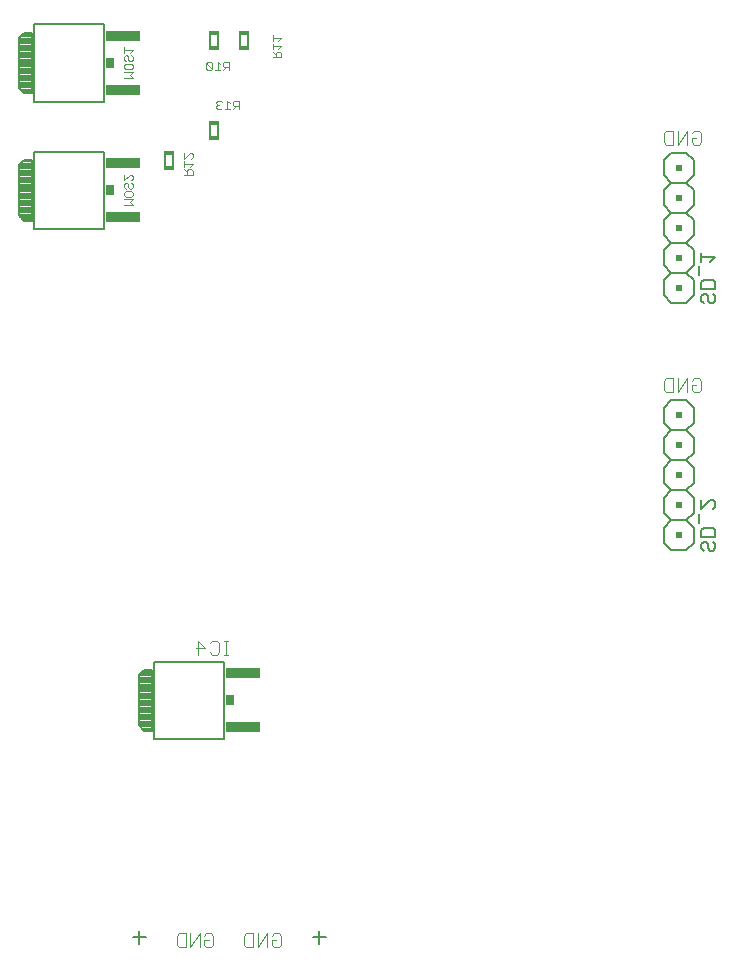
<source format=gbo>
G75*
%MOIN*%
%OFA0B0*%
%FSLAX24Y24*%
%IPPOS*%
%LPD*%
%AMOC8*
5,1,8,0,0,1.08239X$1,22.5*
%
%ADD10C,0.0060*%
%ADD11C,0.0040*%
%ADD12C,0.0080*%
%ADD13R,0.1140X0.0340*%
%ADD14R,0.0300X0.0340*%
%ADD15C,0.0079*%
%ADD16C,0.0020*%
%ADD17R,0.0340X0.0160*%
%ADD18C,0.0050*%
%ADD19R,0.0200X0.0200*%
D10*
X006473Y000780D02*
X006900Y000780D01*
X006686Y000567D02*
X006686Y000994D01*
X012473Y000780D02*
X012900Y000780D01*
X012686Y000567D02*
X012686Y000994D01*
X024430Y013680D02*
X024180Y013930D01*
X024180Y014430D01*
X024430Y014680D01*
X024180Y014930D01*
X024180Y015430D01*
X024430Y015680D01*
X024930Y015680D01*
X025180Y015430D01*
X025180Y014930D01*
X024930Y014680D01*
X024430Y014680D01*
X024930Y014680D02*
X025180Y014430D01*
X025180Y013930D01*
X024930Y013680D01*
X024430Y013680D01*
X024430Y015680D02*
X024180Y015930D01*
X024180Y016430D01*
X024430Y016680D01*
X024180Y016930D01*
X024180Y017430D01*
X024430Y017680D01*
X024180Y017930D01*
X024180Y018430D01*
X024430Y018680D01*
X024930Y018680D01*
X025180Y018430D01*
X025180Y017930D01*
X024930Y017680D01*
X024430Y017680D01*
X024930Y017680D02*
X025180Y017430D01*
X025180Y016930D01*
X024930Y016680D01*
X024430Y016680D01*
X024930Y016680D02*
X025180Y016430D01*
X025180Y015930D01*
X024930Y015680D01*
X024930Y021930D02*
X024430Y021930D01*
X024180Y022180D01*
X024180Y022680D01*
X024430Y022930D01*
X024180Y023180D01*
X024180Y023680D01*
X024430Y023930D01*
X024930Y023930D01*
X025180Y023680D01*
X025180Y023180D01*
X024930Y022930D01*
X024430Y022930D01*
X024930Y022930D02*
X025180Y022680D01*
X025180Y022180D01*
X024930Y021930D01*
X024930Y023930D02*
X025180Y024180D01*
X025180Y024680D01*
X024930Y024930D01*
X025180Y025180D01*
X025180Y025680D01*
X024930Y025930D01*
X025180Y026180D01*
X025180Y026680D01*
X024930Y026930D01*
X024430Y026930D01*
X024180Y026680D01*
X024180Y026180D01*
X024430Y025930D01*
X024180Y025680D01*
X024180Y025180D01*
X024430Y024930D01*
X024180Y024680D01*
X024180Y024180D01*
X024430Y023930D01*
X024430Y024930D02*
X024930Y024930D01*
X024930Y025930D02*
X024430Y025930D01*
X010320Y030510D02*
X010320Y030850D01*
X010040Y030850D02*
X010040Y030510D01*
X009320Y030510D02*
X009320Y030850D01*
X009040Y030850D02*
X009040Y030510D01*
X009040Y027850D02*
X009040Y027510D01*
X009320Y027510D02*
X009320Y027850D01*
X007820Y026850D02*
X007820Y026510D01*
X007540Y026510D02*
X007540Y026850D01*
D11*
X008662Y010660D02*
X008893Y010430D01*
X008586Y010430D01*
X008662Y010200D02*
X008662Y010660D01*
X009046Y010584D02*
X009123Y010660D01*
X009276Y010660D01*
X009353Y010584D01*
X009353Y010277D01*
X009276Y010200D01*
X009123Y010200D01*
X009046Y010277D01*
X009507Y010200D02*
X009660Y010200D01*
X009583Y010200D02*
X009583Y010660D01*
X009507Y010660D02*
X009660Y010660D01*
X009083Y000910D02*
X008930Y000910D01*
X008853Y000834D01*
X008853Y000680D02*
X009007Y000680D01*
X008853Y000680D02*
X008853Y000527D01*
X008930Y000450D01*
X009083Y000450D01*
X009160Y000527D01*
X009160Y000834D01*
X009083Y000910D01*
X008700Y000910D02*
X008700Y000450D01*
X008393Y000450D02*
X008393Y000910D01*
X008239Y000910D02*
X008009Y000910D01*
X007932Y000834D01*
X007932Y000527D01*
X008009Y000450D01*
X008239Y000450D01*
X008239Y000910D01*
X008700Y000910D02*
X008393Y000450D01*
X010182Y000527D02*
X010182Y000834D01*
X010259Y000910D01*
X010489Y000910D01*
X010489Y000450D01*
X010259Y000450D01*
X010182Y000527D01*
X010643Y000450D02*
X010643Y000910D01*
X010950Y000910D02*
X010643Y000450D01*
X010950Y000450D02*
X010950Y000910D01*
X011103Y000834D02*
X011180Y000910D01*
X011333Y000910D01*
X011410Y000834D01*
X011410Y000527D01*
X011333Y000450D01*
X011180Y000450D01*
X011103Y000527D01*
X011103Y000680D01*
X011257Y000680D01*
X024259Y018950D02*
X024182Y019027D01*
X024182Y019334D01*
X024259Y019410D01*
X024489Y019410D01*
X024489Y018950D01*
X024259Y018950D01*
X024643Y018950D02*
X024643Y019410D01*
X024950Y019410D02*
X024643Y018950D01*
X024950Y018950D02*
X024950Y019410D01*
X025103Y019334D02*
X025180Y019410D01*
X025333Y019410D01*
X025410Y019334D01*
X025410Y019027D01*
X025333Y018950D01*
X025180Y018950D01*
X025103Y019027D01*
X025103Y019180D01*
X025257Y019180D01*
X025333Y027200D02*
X025180Y027200D01*
X025103Y027277D01*
X025103Y027430D01*
X025257Y027430D01*
X025410Y027277D02*
X025333Y027200D01*
X025410Y027277D02*
X025410Y027584D01*
X025333Y027660D01*
X025180Y027660D01*
X025103Y027584D01*
X024950Y027660D02*
X024643Y027200D01*
X024643Y027660D01*
X024489Y027660D02*
X024259Y027660D01*
X024182Y027584D01*
X024182Y027277D01*
X024259Y027200D01*
X024489Y027200D01*
X024489Y027660D01*
X024950Y027660D02*
X024950Y027200D01*
D12*
X009530Y009970D02*
X007170Y009970D01*
X007170Y007390D01*
X009530Y007390D01*
X009530Y009970D01*
X007130Y009690D02*
X007130Y007670D01*
X006850Y007670D01*
X006670Y007850D01*
X006670Y009510D01*
X006850Y009690D01*
X007130Y009690D01*
X005530Y024390D02*
X003170Y024390D01*
X003170Y026970D01*
X005530Y026970D01*
X005530Y024390D01*
X003130Y024670D02*
X003130Y026690D01*
X002850Y026690D01*
X002670Y026510D01*
X002670Y024850D01*
X002850Y024670D01*
X003130Y024670D01*
X003170Y028640D02*
X003170Y031220D01*
X005530Y031220D01*
X005530Y028640D01*
X003170Y028640D01*
X003130Y028920D02*
X002850Y028920D01*
X002670Y029100D01*
X002670Y030760D01*
X002850Y030940D01*
X003130Y030940D01*
X003130Y028920D01*
D13*
X006140Y029030D03*
X006140Y030830D03*
X006140Y026580D03*
X006140Y024780D03*
X010140Y009580D03*
X010140Y007780D03*
D14*
X009720Y008680D03*
X005720Y025680D03*
X005720Y029930D03*
D15*
X003130Y029964D02*
X002670Y029964D01*
X002670Y029887D02*
X003130Y029887D01*
X003130Y029810D02*
X002670Y029810D01*
X002670Y029733D02*
X003130Y029733D01*
X003130Y029656D02*
X002670Y029656D01*
X002670Y029579D02*
X003130Y029579D01*
X003130Y029501D02*
X002670Y029501D01*
X002670Y029424D02*
X003130Y029424D01*
X003130Y029347D02*
X002670Y029347D01*
X002670Y029270D02*
X003130Y029270D01*
X003130Y029193D02*
X002670Y029193D01*
X002670Y029116D02*
X003130Y029116D01*
X003130Y029038D02*
X002732Y029038D01*
X002670Y029100D02*
X002850Y028920D01*
X003130Y028920D01*
X003130Y030940D01*
X002850Y030940D01*
X002670Y030760D01*
X002670Y029100D01*
X002809Y028961D02*
X003130Y028961D01*
X003130Y030042D02*
X002670Y030042D01*
X002670Y030119D02*
X003130Y030119D01*
X003130Y030196D02*
X002670Y030196D01*
X002670Y030273D02*
X003130Y030273D01*
X003130Y030350D02*
X002670Y030350D01*
X002670Y030427D02*
X003130Y030427D01*
X003130Y030505D02*
X002670Y030505D01*
X002670Y030582D02*
X003130Y030582D01*
X003130Y030659D02*
X002670Y030659D01*
X002670Y030736D02*
X003130Y030736D01*
X003130Y030813D02*
X002723Y030813D01*
X002800Y030890D02*
X003130Y030890D01*
X003130Y026690D02*
X002850Y026690D01*
X002670Y026510D01*
X002670Y024850D01*
X002850Y024670D01*
X003130Y024670D01*
X003130Y026690D01*
X003130Y026646D02*
X002806Y026646D01*
X002729Y026569D02*
X003130Y026569D01*
X003130Y026492D02*
X002670Y026492D01*
X002670Y026415D02*
X003130Y026415D01*
X003130Y026338D02*
X002670Y026338D01*
X002670Y026261D02*
X003130Y026261D01*
X003130Y026183D02*
X002670Y026183D01*
X002670Y026106D02*
X003130Y026106D01*
X003130Y026029D02*
X002670Y026029D01*
X002670Y025952D02*
X003130Y025952D01*
X003130Y025875D02*
X002670Y025875D01*
X002670Y025798D02*
X003130Y025798D01*
X003130Y025721D02*
X002670Y025721D01*
X002670Y025643D02*
X003130Y025643D01*
X003130Y025566D02*
X002670Y025566D01*
X002670Y025489D02*
X003130Y025489D01*
X003130Y025412D02*
X002670Y025412D01*
X002670Y025335D02*
X003130Y025335D01*
X003130Y025258D02*
X002670Y025258D01*
X002670Y025180D02*
X003130Y025180D01*
X003130Y025103D02*
X002670Y025103D01*
X002670Y025026D02*
X003130Y025026D01*
X003130Y024949D02*
X002670Y024949D01*
X002670Y024872D02*
X003130Y024872D01*
X003130Y024795D02*
X002725Y024795D01*
X002803Y024717D02*
X003130Y024717D01*
X006850Y009690D02*
X006670Y009510D01*
X006670Y007850D01*
X006850Y007670D01*
X007130Y007670D01*
X007130Y009690D01*
X006850Y009690D01*
X006831Y009671D02*
X007130Y009671D01*
X007130Y009594D02*
X006754Y009594D01*
X006677Y009517D02*
X007130Y009517D01*
X007130Y009439D02*
X006670Y009439D01*
X006670Y009362D02*
X007130Y009362D01*
X007130Y009285D02*
X006670Y009285D01*
X006670Y009208D02*
X007130Y009208D01*
X007130Y009131D02*
X006670Y009131D01*
X006670Y009054D02*
X007130Y009054D01*
X007130Y008976D02*
X006670Y008976D01*
X006670Y008899D02*
X007130Y008899D01*
X007130Y008822D02*
X006670Y008822D01*
X006670Y008745D02*
X007130Y008745D01*
X007130Y008668D02*
X006670Y008668D01*
X006670Y008591D02*
X007130Y008591D01*
X007130Y008513D02*
X006670Y008513D01*
X006670Y008436D02*
X007130Y008436D01*
X007130Y008359D02*
X006670Y008359D01*
X006670Y008282D02*
X007130Y008282D01*
X007130Y008205D02*
X006670Y008205D01*
X006670Y008128D02*
X007130Y008128D01*
X007130Y008050D02*
X006670Y008050D01*
X006670Y007973D02*
X007130Y007973D01*
X007130Y007896D02*
X006670Y007896D01*
X006701Y007819D02*
X007130Y007819D01*
X007130Y007742D02*
X006778Y007742D01*
D16*
X006470Y025190D02*
X006190Y025190D01*
X006190Y025377D02*
X006470Y025377D01*
X006377Y025283D01*
X006470Y025190D01*
X006424Y025466D02*
X006237Y025466D01*
X006190Y025513D01*
X006190Y025606D01*
X006237Y025653D01*
X006424Y025653D01*
X006470Y025606D01*
X006470Y025513D01*
X006424Y025466D01*
X006424Y025742D02*
X006377Y025742D01*
X006330Y025789D01*
X006330Y025883D01*
X006283Y025929D01*
X006237Y025929D01*
X006190Y025883D01*
X006190Y025789D01*
X006237Y025742D01*
X006424Y025742D02*
X006470Y025789D01*
X006470Y025883D01*
X006424Y025929D01*
X006424Y026019D02*
X006470Y026065D01*
X006470Y026159D01*
X006424Y026206D01*
X006377Y026206D01*
X006190Y026019D01*
X006190Y026206D01*
X008190Y026190D02*
X008470Y026190D01*
X008470Y026330D01*
X008424Y026377D01*
X008330Y026377D01*
X008283Y026330D01*
X008283Y026190D01*
X008283Y026283D02*
X008190Y026377D01*
X008190Y026466D02*
X008190Y026653D01*
X008190Y026742D02*
X008377Y026929D01*
X008424Y026929D01*
X008470Y026883D01*
X008470Y026789D01*
X008424Y026742D01*
X008470Y026560D02*
X008190Y026560D01*
X008190Y026742D02*
X008190Y026929D01*
X008470Y026560D02*
X008377Y026466D01*
X009306Y028390D02*
X009259Y028437D01*
X009259Y028483D01*
X009306Y028530D01*
X009353Y028530D01*
X009306Y028530D02*
X009259Y028577D01*
X009259Y028624D01*
X009306Y028670D01*
X009400Y028670D01*
X009446Y028624D01*
X009446Y028437D02*
X009400Y028390D01*
X009306Y028390D01*
X009536Y028390D02*
X009722Y028390D01*
X009812Y028390D02*
X009905Y028483D01*
X009859Y028483D02*
X009999Y028483D01*
X009999Y028390D02*
X009999Y028670D01*
X009859Y028670D01*
X009812Y028624D01*
X009812Y028530D01*
X009859Y028483D01*
X009722Y028577D02*
X009629Y028670D01*
X009629Y028390D01*
X009670Y029690D02*
X009670Y029970D01*
X009530Y029970D01*
X009483Y029924D01*
X009483Y029830D01*
X009530Y029783D01*
X009670Y029783D01*
X009577Y029783D02*
X009483Y029690D01*
X009394Y029690D02*
X009207Y029690D01*
X009300Y029690D02*
X009300Y029970D01*
X009394Y029877D01*
X009118Y029924D02*
X009118Y029737D01*
X008931Y029924D01*
X008931Y029737D01*
X008977Y029690D01*
X009071Y029690D01*
X009118Y029737D01*
X009118Y029924D02*
X009071Y029970D01*
X008977Y029970D01*
X008931Y029924D01*
X011140Y030111D02*
X011420Y030111D01*
X011420Y030251D01*
X011374Y030298D01*
X011280Y030298D01*
X011233Y030251D01*
X011233Y030111D01*
X011233Y030205D02*
X011140Y030298D01*
X011140Y030388D02*
X011140Y030574D01*
X011140Y030664D02*
X011140Y030851D01*
X011140Y030757D02*
X011420Y030757D01*
X011327Y030664D01*
X011420Y030481D02*
X011140Y030481D01*
X011327Y030388D02*
X011420Y030481D01*
X006470Y030362D02*
X006190Y030362D01*
X006190Y030269D02*
X006190Y030456D01*
X006377Y030269D02*
X006470Y030362D01*
X006424Y030179D02*
X006470Y030133D01*
X006470Y030039D01*
X006424Y029992D01*
X006377Y029992D01*
X006330Y030039D01*
X006330Y030133D01*
X006283Y030179D01*
X006237Y030179D01*
X006190Y030133D01*
X006190Y030039D01*
X006237Y029992D01*
X006237Y029903D02*
X006424Y029903D01*
X006470Y029856D01*
X006470Y029763D01*
X006424Y029716D01*
X006237Y029716D01*
X006190Y029763D01*
X006190Y029856D01*
X006237Y029903D01*
X006190Y029627D02*
X006470Y029627D01*
X006377Y029533D01*
X006470Y029440D01*
X006190Y029440D01*
D17*
X007680Y026930D03*
X007680Y026430D03*
X009180Y027430D03*
X009180Y027930D03*
X009180Y030430D03*
X009180Y030930D03*
X010180Y030930D03*
X010180Y030430D03*
D18*
X025425Y023606D02*
X025425Y023306D01*
X025425Y023456D02*
X025875Y023456D01*
X025725Y023306D01*
X025800Y022686D02*
X025500Y022686D01*
X025425Y022611D01*
X025425Y022385D01*
X025875Y022385D01*
X025875Y022611D01*
X025800Y022686D01*
X025800Y022225D02*
X025875Y022150D01*
X025875Y022000D01*
X025800Y021925D01*
X025725Y021925D01*
X025650Y022000D01*
X025650Y022150D01*
X025575Y022225D01*
X025500Y022225D01*
X025425Y022150D01*
X025425Y022000D01*
X025500Y021925D01*
X025350Y022846D02*
X025350Y023146D01*
X025425Y015356D02*
X025425Y015056D01*
X025725Y015356D01*
X025800Y015356D01*
X025875Y015281D01*
X025875Y015131D01*
X025800Y015056D01*
X025350Y014896D02*
X025350Y014596D01*
X025500Y014436D02*
X025425Y014361D01*
X025425Y014135D01*
X025875Y014135D01*
X025875Y014361D01*
X025800Y014436D01*
X025500Y014436D01*
X025500Y013975D02*
X025425Y013900D01*
X025425Y013750D01*
X025500Y013675D01*
X025650Y013750D02*
X025650Y013900D01*
X025575Y013975D01*
X025500Y013975D01*
X025650Y013750D02*
X025725Y013675D01*
X025800Y013675D01*
X025875Y013750D01*
X025875Y013900D01*
X025800Y013975D01*
D19*
X024680Y014180D03*
X024680Y015180D03*
X024680Y016180D03*
X024680Y017180D03*
X024680Y018180D03*
X024680Y022430D03*
X024680Y023430D03*
X024680Y024430D03*
X024680Y025430D03*
X024680Y026430D03*
M02*

</source>
